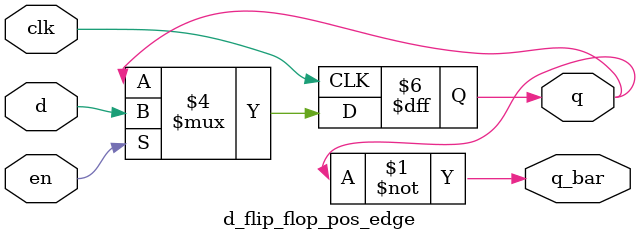
<source format=v>

module d_flip_flop_pos_edge (
    input       clk,        // Clock
    input       en,         // Enable
    input       d,          // Data
    output reg  q,          // Output
    output      q_bar       //
);

    assign q_bar = ~q;

    // D FLIP-FLOP WITH SYNC ENABLE
    always @ (posedge clk) begin
        if (en) begin
            q <= d;
        end else begin
            q <= q;
        end
    end

endmodule

</source>
